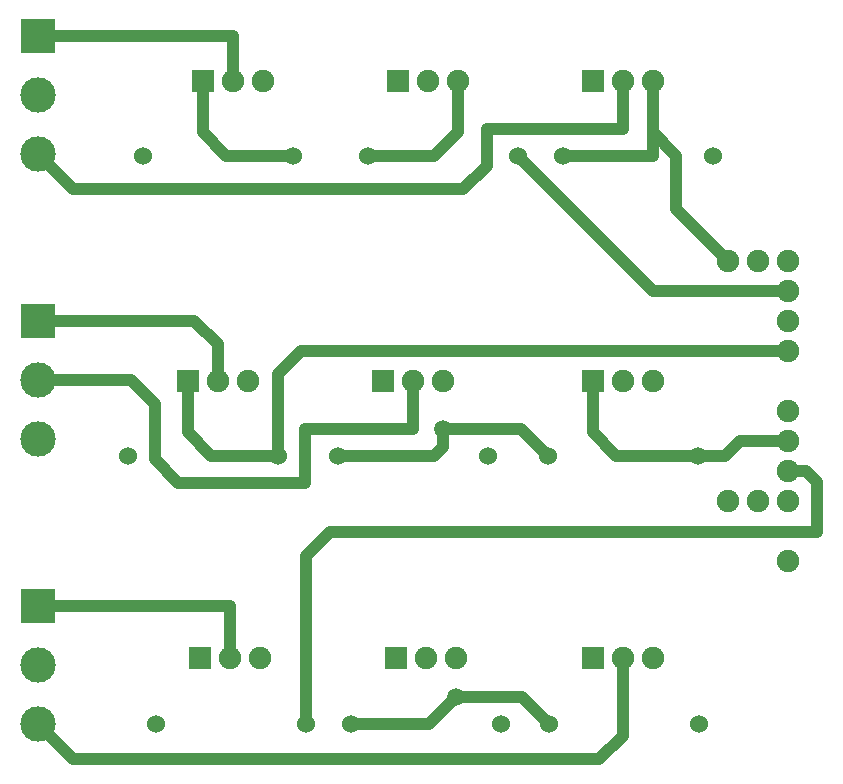
<source format=gbr>
G04 DipTrace 3.2.0.1*
G04 Top.gbr*
%MOIN*%
G04 #@! TF.FileFunction,Copper,L1,Top*
G04 #@! TF.Part,Single*
G04 #@! TA.AperFunction,Conductor*
%ADD13C,0.03937*%
G04 #@! TA.AperFunction,ComponentPad*
%ADD15R,0.11811X0.11811*%
%ADD16C,0.11811*%
%ADD17C,0.075*%
%ADD18R,0.074803X0.074803*%
%ADD19C,0.074803*%
%ADD20C,0.06*%
%ADD21C,0.06*%
G04 #@! TA.AperFunction,ViaPad*
%ADD22C,0.059055*%
%FSLAX26Y26*%
G04*
G70*
G90*
G75*
G01*
G04 Top*
%LPD*%
X3093701Y2293701D2*
D13*
X2922441Y2464961D1*
Y2643701D1*
X2843701Y2722441D1*
Y2643701D1*
X2543701D1*
X2193701Y2893701D2*
Y2722441D1*
X2114961Y2643701D1*
X1893701D1*
X1839045Y748697D2*
X2097815D1*
X2187563Y838445D1*
X2493701Y1643701D2*
X2404646Y1732756D1*
X2143701D1*
X2843701Y2722441D2*
Y2893701D1*
X2187563Y838445D2*
X2409122D1*
X2498178Y749388D1*
X2143701Y1732756D2*
Y1673229D1*
X2114173Y1643701D1*
X1793701D1*
X1643701Y2643701D2*
X1422441D1*
X1343701Y2722441D1*
Y2893701D1*
X2393701Y2643701D2*
X2843701Y2193701D1*
X3293701D1*
X1293701Y1893701D2*
Y1722441D1*
X1372441Y1643701D1*
X1593701D1*
Y1914961D1*
X1672441Y1993701D1*
X3293701D1*
Y1693701D2*
X3132756D1*
X3082756Y1643701D1*
X2993701D1*
X2722441D1*
X2643701Y1722441D1*
Y1893701D1*
X1687488Y750660D2*
Y1311516D1*
X1766228Y1390256D1*
X3390256D1*
Y1556201D1*
X3352756Y1593701D1*
X3293701D1*
X1443701Y2893701D2*
Y3043701D1*
X793701D1*
X2743701Y2893701D2*
Y2732756D1*
X2290158D1*
Y2610630D1*
X2211418Y2531890D1*
X911811D1*
X793701Y2650000D1*
Y2093701D2*
X1314961D1*
X1393701Y2014961D1*
Y1893701D1*
X793701Y1896850D2*
X1104015D1*
X1182756Y1818110D1*
Y1633386D1*
X1261496Y1554646D1*
X1682756D1*
Y1732756D1*
X2043701D1*
Y1893701D1*
X1434129Y970304D2*
Y1143701D1*
X793701D1*
X2743402Y968845D2*
Y710630D1*
X2664662Y631890D1*
X911811D1*
X793701Y750000D1*
D22*
X2187563Y838445D3*
X2143701Y1732756D3*
D15*
X793701Y3043701D3*
D16*
Y2846850D3*
Y2650000D3*
D15*
Y2093701D3*
D16*
Y1896850D3*
Y1700000D3*
D15*
Y1143701D3*
D16*
Y946850D3*
Y750000D3*
D17*
X3293701Y2293701D3*
Y2193701D3*
Y2093701D3*
Y1293701D3*
Y1793701D3*
Y1693701D3*
Y1593701D3*
Y1993701D3*
Y1493701D3*
X3093701D3*
Y2293701D3*
X3193701D3*
Y1493701D3*
D18*
X1343701Y2893701D3*
D19*
X1443701D3*
X1543701D3*
D18*
X1993701D3*
D19*
X2093701D3*
X2193701D3*
D18*
X2643701D3*
D19*
X2743701D3*
X2843701D3*
D18*
X1293701Y1893701D3*
D19*
X1393701D3*
X1493701D3*
D18*
X1943701D3*
D19*
X2043701D3*
X2143701D3*
D18*
X2643701D3*
D19*
X2743701D3*
X2843701D3*
D18*
X1334129Y970304D3*
D19*
X1434129D3*
X1534129D3*
D18*
X1987563Y970597D3*
D19*
X2087563D3*
X2187563D3*
D18*
X2643402Y968845D3*
D19*
X2743402D3*
X2843402D3*
D20*
X1643701Y2643701D3*
D21*
X1143701D3*
D20*
X2393701D3*
D21*
X1893701D3*
D20*
X3043701D3*
D21*
X2543701D3*
D20*
X1593701Y1643701D3*
D21*
X1093701D3*
D20*
X2293701D3*
D21*
X1793701D3*
D20*
X2993701D3*
D21*
X2493701D3*
D20*
X1687488Y750660D3*
D21*
X1187488D3*
D20*
X2339045Y748697D3*
D21*
X1839045D3*
D20*
X2998178Y749388D3*
D21*
X2498178D3*
M02*

</source>
